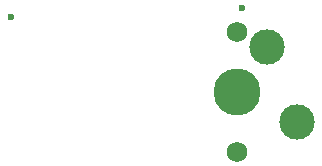
<source format=gbr>
G04 #@! TF.GenerationSoftware,KiCad,Pcbnew,8.0.6*
G04 #@! TF.CreationDate,2025-06-28T12:58:56+01:00*
G04 #@! TF.ProjectId,1x1,3178312e-6b69-4636-9164-5f7063625858,0.1*
G04 #@! TF.SameCoordinates,Original*
G04 #@! TF.FileFunction,Soldermask,Top*
G04 #@! TF.FilePolarity,Negative*
%FSLAX46Y46*%
G04 Gerber Fmt 4.6, Leading zero omitted, Abs format (unit mm)*
G04 Created by KiCad (PCBNEW 8.0.6) date 2025-06-28 12:58:56*
%MOMM*%
%LPD*%
G01*
G04 APERTURE LIST*
%ADD10C,1.750000*%
%ADD11C,3.000000*%
%ADD12C,3.987800*%
%ADD13C,0.600000*%
G04 APERTURE END LIST*
D10*
X114920000Y-56578000D03*
D11*
X117460000Y-57848000D03*
D12*
X114920000Y-61658000D03*
D11*
X120000000Y-64198000D03*
D10*
X114920000Y-66738000D03*
D13*
X115344066Y-54546000D03*
X95786066Y-55308000D03*
M02*

</source>
